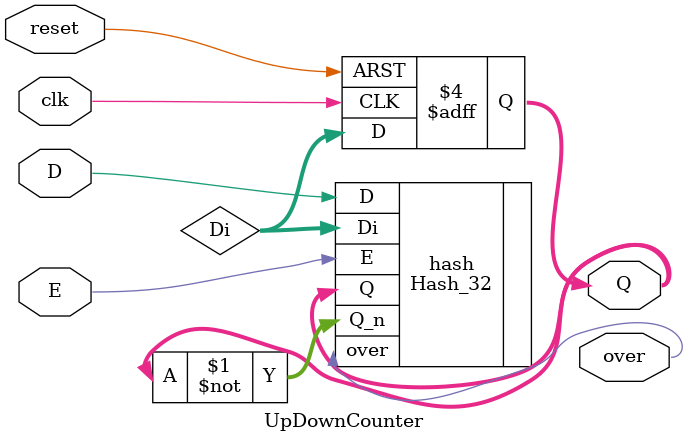
<source format=sv>
module UpDownCounter(
	input logic D,
	input logic E, 
	input logic reset,
	input logic clk,
	output logic over,
	output logic [31:0] Q
);
	
	logic [31:0] Di;
	
	Hash_32 hash(.Q(Q), .Q_n(~Q), .D(D), .E(E), .over(over), .Di(Di));
	
	
	always_ff @(posedge clk, negedge reset) begin
		if(!reset) Q <= 32'd0;
		else Q <= Di;
	end
endmodule 
</source>
